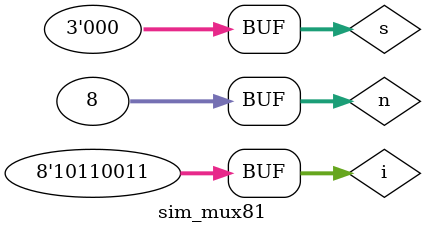
<source format=v>
`timescale 1ns / 1ps


module sim_mux81(

    );
    reg[7:0] i;
    reg[2:0] s;
    integer m, n;
    wire y;
    mux81 u1(s, i, y);
    initial begin
      i = 8'b10110010;
      s = 0;
      for (n = 0; n <= 3'b111; n = n + 1) begin
        #125;
        s = s + 1;
      end
      i = i + 1;
    end
endmodule

</source>
